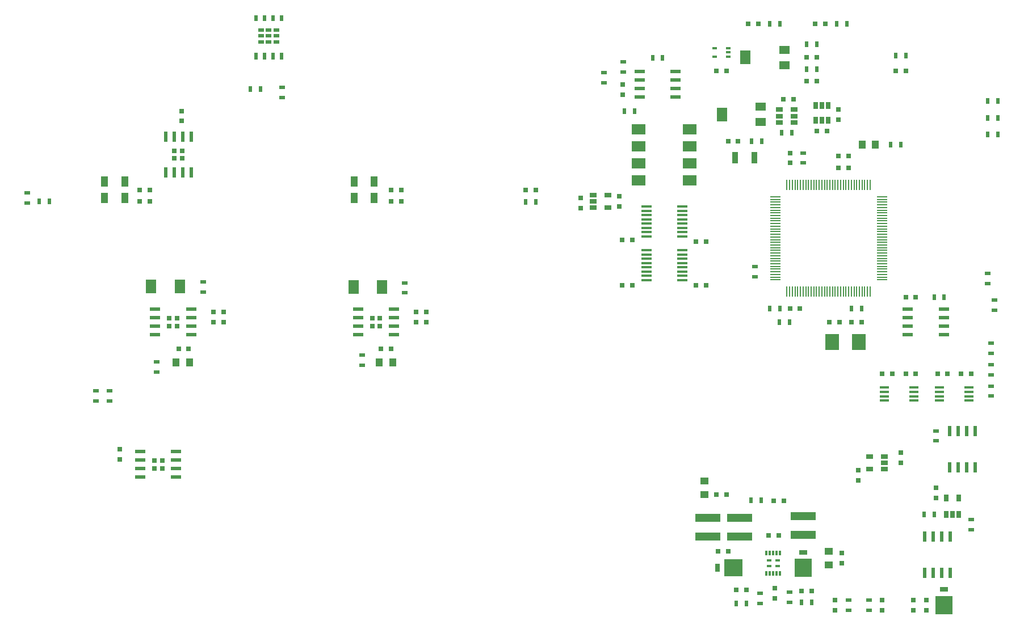
<source format=gtp>
G04 #@! TF.FileFunction,Paste,Top*
%FSLAX46Y46*%
G04 Gerber Fmt 4.6, Leading zero omitted, Abs format (unit mm)*
G04 Created by KiCad (PCBNEW 4.0.5+dfsg1-4) date Tue Nov 14 04:37:41 2017*
%MOMM*%
%LPD*%
G01*
G04 APERTURE LIST*
%ADD10C,0.100000*%
%ADD11R,0.800000X0.750000*%
%ADD12R,0.230000X1.500000*%
%ADD13R,1.500000X0.230000*%
%ADD14R,0.900000X0.500000*%
%ADD15R,0.797560X0.797560*%
%ADD16R,1.000000X1.600000*%
%ADD17R,1.550000X0.600000*%
%ADD18R,0.705000X0.705000*%
%ADD19R,0.500000X0.900000*%
%ADD20R,0.750000X0.800000*%
%ADD21R,0.600000X1.550000*%
%ADD22R,2.000000X2.400000*%
%ADD23R,1.600000X0.410000*%
%ADD24R,3.700000X1.200000*%
%ADD25R,0.660400X0.406400*%
%ADD26R,1.060000X0.650000*%
%ADD27R,0.300000X0.650000*%
%ADD28R,0.744000X0.465000*%
%ADD29R,0.650000X1.060000*%
%ADD30R,2.032000X1.524000*%
%ADD31R,2.540000X2.670000*%
%ADD32R,1.270000X0.762000*%
%ADD33R,2.670000X2.540000*%
%ADD34R,0.762000X1.270000*%
%ADD35R,1.600000X2.000000*%
%ADD36R,1.600000X1.300000*%
%ADD37R,1.600000X2.108200*%
%ADD38R,0.900000X1.700000*%
%ADD39R,1.250000X1.000000*%
%ADD40R,1.000000X1.250000*%
%ADD41R,1.450000X0.450000*%
%ADD42R,0.701040X1.000760*%
%ADD43R,0.900000X0.600000*%
%ADD44R,0.600000X0.900000*%
%ADD45R,0.600000X1.050000*%
G04 APERTURE END LIST*
D10*
D11*
X151250000Y-57500000D03*
X152750000Y-57500000D03*
D12*
X177200000Y-49050000D03*
X176800000Y-49050000D03*
X176400000Y-49050000D03*
X176000000Y-49050000D03*
X175600000Y-49050000D03*
X175200000Y-49050000D03*
X174800000Y-49050000D03*
X174400000Y-49050000D03*
X174000000Y-49050000D03*
X173600000Y-49050000D03*
X173200000Y-49050000D03*
X172800000Y-49050000D03*
X172400000Y-49050000D03*
X172000000Y-49050000D03*
X171600000Y-49050000D03*
X171200000Y-49050000D03*
X170800000Y-49050000D03*
X170400000Y-49050000D03*
X170000000Y-49050000D03*
X169600000Y-49050000D03*
X169200000Y-49050000D03*
X168800000Y-49050000D03*
X168400000Y-49050000D03*
X168000000Y-49050000D03*
X167600000Y-49050000D03*
X167200000Y-49050000D03*
X166800000Y-49050000D03*
X166400000Y-49050000D03*
X166000000Y-49050000D03*
X165600000Y-49050000D03*
X165200000Y-49050000D03*
X164800000Y-49050000D03*
D13*
X163050000Y-50800000D03*
X163050000Y-51200000D03*
X163050000Y-51600000D03*
X163050000Y-52000000D03*
X163050000Y-52400000D03*
X163050000Y-52800000D03*
X163050000Y-53200000D03*
X163050000Y-53600000D03*
X163050000Y-54000000D03*
X163050000Y-54400000D03*
X163050000Y-54800000D03*
X163050000Y-55200000D03*
X163050000Y-55600000D03*
X163050000Y-56000000D03*
X163050000Y-56400000D03*
X163050000Y-56800000D03*
X163050000Y-57200000D03*
X163050000Y-57600000D03*
X163050000Y-58000000D03*
X163050000Y-58400000D03*
X163050000Y-58800000D03*
X163050000Y-59200000D03*
X163050000Y-59600000D03*
X163050000Y-60000000D03*
X163050000Y-60400000D03*
X163050000Y-60800000D03*
X163050000Y-61200000D03*
X163050000Y-61600000D03*
X163050000Y-62000000D03*
X163050000Y-62400000D03*
X163050000Y-62800000D03*
X163050000Y-63200000D03*
D12*
X164800000Y-64950000D03*
X165200000Y-64950000D03*
X165600000Y-64950000D03*
X166000000Y-64950000D03*
X166400000Y-64950000D03*
X166800000Y-64950000D03*
X167200000Y-64950000D03*
X167600000Y-64950000D03*
X168000000Y-64950000D03*
X168400000Y-64950000D03*
X168800000Y-64950000D03*
X169200000Y-64950000D03*
X169600000Y-64950000D03*
X170000000Y-64950000D03*
X170400000Y-64950000D03*
X170800000Y-64950000D03*
X171200000Y-64950000D03*
X171600000Y-64950000D03*
X172000000Y-64950000D03*
X172400000Y-64950000D03*
X172800000Y-64950000D03*
X173200000Y-64950000D03*
X173600000Y-64950000D03*
X174000000Y-64950000D03*
X174400000Y-64950000D03*
X174800000Y-64950000D03*
X175200000Y-64950000D03*
X175600000Y-64950000D03*
X176000000Y-64950000D03*
X176400000Y-64950000D03*
X176800000Y-64950000D03*
X177200000Y-64950000D03*
D13*
X178950000Y-63200000D03*
X178950000Y-62800000D03*
X178950000Y-62400000D03*
X178950000Y-62000000D03*
X178950000Y-61600000D03*
X178950000Y-61200000D03*
X178950000Y-60800000D03*
X178950000Y-60400000D03*
X178950000Y-60000000D03*
X178950000Y-59600000D03*
X178950000Y-59200000D03*
X178950000Y-58800000D03*
X178950000Y-58400000D03*
X178950000Y-58000000D03*
X178950000Y-57600000D03*
X178950000Y-57200000D03*
X178950000Y-56800000D03*
X178950000Y-56400000D03*
X178950000Y-56000000D03*
X178950000Y-55600000D03*
X178950000Y-55200000D03*
X178950000Y-54800000D03*
X178950000Y-54400000D03*
X178950000Y-54000000D03*
X178950000Y-53600000D03*
X178950000Y-53200000D03*
X178950000Y-52800000D03*
X178950000Y-52400000D03*
X178950000Y-52000000D03*
X178950000Y-51600000D03*
X178950000Y-51200000D03*
X178950000Y-50800000D03*
D14*
X195750000Y-67750000D03*
X195750000Y-66250000D03*
D15*
X179000000Y-111000700D03*
X179000000Y-112499300D03*
D11*
X179000000Y-77250000D03*
X180500000Y-77250000D03*
D16*
X66000000Y-51000000D03*
X63000000Y-51000000D03*
D17*
X73700000Y-92655000D03*
X73700000Y-91385000D03*
X73700000Y-90115000D03*
X73700000Y-88845000D03*
X68300000Y-88845000D03*
X68300000Y-90115000D03*
X68300000Y-91385000D03*
X68300000Y-92655000D03*
D18*
X70412500Y-90162500D03*
X70412500Y-91337500D03*
X71587500Y-90162500D03*
X71587500Y-91337500D03*
D14*
X137500000Y-33750000D03*
X137500000Y-32250000D03*
D19*
X165150000Y-69500000D03*
X163650000Y-69500000D03*
D20*
X140300000Y-35550000D03*
X140300000Y-34050000D03*
D11*
X157500000Y-42500000D03*
X156000000Y-42500000D03*
X169250000Y-30000000D03*
X167750000Y-30000000D03*
X169250000Y-33500000D03*
X167750000Y-33500000D03*
D20*
X165250000Y-45750000D03*
X165250000Y-44250000D03*
X181750000Y-89000000D03*
X181750000Y-90500000D03*
D11*
X163550000Y-101350000D03*
X162050000Y-101350000D03*
X162850000Y-96200000D03*
X164350000Y-96200000D03*
D20*
X175400000Y-91650000D03*
X175400000Y-93150000D03*
D11*
X154500000Y-103750000D03*
X156000000Y-103750000D03*
D20*
X163000000Y-110750000D03*
X163000000Y-109250000D03*
D11*
X157250000Y-109500000D03*
X158750000Y-109500000D03*
X155750000Y-95250000D03*
X154250000Y-95250000D03*
D20*
X172500000Y-37750000D03*
X172500000Y-39250000D03*
X173000000Y-105500000D03*
X173000000Y-104000000D03*
D11*
X169250000Y-41000000D03*
X170750000Y-41000000D03*
D20*
X134000000Y-52500000D03*
X134000000Y-51000000D03*
X139750000Y-50750000D03*
X139750000Y-52250000D03*
D11*
X184000000Y-65750000D03*
X182500000Y-65750000D03*
X184000000Y-77250000D03*
X182500000Y-77250000D03*
X175900000Y-69500000D03*
X174400000Y-69500000D03*
X171150000Y-69500000D03*
X172650000Y-69500000D03*
X174000000Y-46500000D03*
X172500000Y-46500000D03*
X174000000Y-44750000D03*
X172500000Y-44750000D03*
X141750000Y-57250000D03*
X140250000Y-57250000D03*
D20*
X74500000Y-39500000D03*
X74500000Y-38000000D03*
X65250000Y-90000000D03*
X65250000Y-88500000D03*
D16*
X66000000Y-48500000D03*
X63000000Y-48500000D03*
D20*
X109500000Y-69500000D03*
X109500000Y-68000000D03*
D21*
X192905000Y-85800000D03*
X191635000Y-85800000D03*
X190365000Y-85800000D03*
X189095000Y-85800000D03*
X189095000Y-91200000D03*
X190365000Y-91200000D03*
X191635000Y-91200000D03*
X192905000Y-91200000D03*
X189155000Y-101550000D03*
X187885000Y-101550000D03*
X186615000Y-101550000D03*
X185345000Y-101550000D03*
X185345000Y-106950000D03*
X186615000Y-106950000D03*
X187885000Y-106950000D03*
X189155000Y-106950000D03*
D19*
X144750000Y-30100000D03*
X146250000Y-30100000D03*
X142050000Y-38000000D03*
X140550000Y-38000000D03*
X164000000Y-41250000D03*
X165500000Y-41250000D03*
X161000000Y-42500000D03*
X159500000Y-42500000D03*
X167750000Y-28000000D03*
X169250000Y-28000000D03*
X169250000Y-31750000D03*
X167750000Y-31750000D03*
D14*
X167250000Y-45750000D03*
X167250000Y-44250000D03*
X187000000Y-85750000D03*
X187000000Y-87250000D03*
D19*
X84750000Y-34750000D03*
X86250000Y-34750000D03*
X160950000Y-96100000D03*
X159450000Y-96100000D03*
X181000000Y-29750000D03*
X182500000Y-29750000D03*
X168500000Y-111300000D03*
X167000000Y-111300000D03*
D14*
X165200000Y-111350000D03*
X165200000Y-109850000D03*
X160750000Y-110000000D03*
X160750000Y-111500000D03*
D19*
X158750000Y-111500000D03*
X157250000Y-111500000D03*
D14*
X174000000Y-112500000D03*
X174000000Y-111000000D03*
X177000000Y-112500000D03*
X177000000Y-111000000D03*
D19*
X125850000Y-51600000D03*
X127350000Y-51600000D03*
X185250000Y-98250000D03*
X186750000Y-98250000D03*
D14*
X192250000Y-100500000D03*
X192250000Y-99000000D03*
X194750000Y-63750000D03*
X194750000Y-62250000D03*
D19*
X188250000Y-65750000D03*
X186750000Y-65750000D03*
X162250000Y-67500000D03*
X163750000Y-67500000D03*
X175900000Y-67500000D03*
X174400000Y-67500000D03*
D14*
X160000000Y-62750000D03*
X160000000Y-61250000D03*
X89500000Y-36000000D03*
X89500000Y-34500000D03*
X70800000Y-76950000D03*
X70800000Y-75450000D03*
D22*
X171500000Y-72500000D03*
X175500000Y-72500000D03*
D11*
X151250000Y-64000000D03*
X152750000Y-64000000D03*
D14*
X195200000Y-80550000D03*
X195200000Y-79050000D03*
X51500000Y-50250000D03*
X51500000Y-51750000D03*
X63750000Y-81250000D03*
X63750000Y-79750000D03*
D19*
X54750000Y-51500000D03*
X53250000Y-51500000D03*
D14*
X101400000Y-75950000D03*
X101400000Y-74450000D03*
X107800000Y-65150000D03*
X107800000Y-63650000D03*
X77750000Y-65000000D03*
X77750000Y-63500000D03*
D23*
X149154300Y-63222500D03*
X149154300Y-62587500D03*
X149154300Y-61952500D03*
X149154300Y-61317500D03*
X149154300Y-60682500D03*
X149154300Y-60047500D03*
X149154300Y-59412500D03*
X149154300Y-58777500D03*
X143845700Y-58777500D03*
X143845700Y-59412500D03*
X143845700Y-60047500D03*
X143845700Y-60682500D03*
X143845700Y-61317500D03*
X143845700Y-61952500D03*
X143845700Y-62587500D03*
X143845700Y-63222500D03*
D20*
X79250000Y-69500000D03*
X79250000Y-68000000D03*
D24*
X167250000Y-98500000D03*
X167250000Y-101300000D03*
X157750000Y-98750000D03*
X157750000Y-101550000D03*
X153000000Y-101500000D03*
X153000000Y-98700000D03*
D11*
X168500000Y-109650000D03*
X167000000Y-109650000D03*
D16*
X103250000Y-51000000D03*
X100250000Y-51000000D03*
X103250000Y-48500000D03*
X100250000Y-48500000D03*
D11*
X141750000Y-64000000D03*
X140250000Y-64000000D03*
X75550000Y-73500000D03*
X74050000Y-73500000D03*
D25*
X156016000Y-29910400D03*
X156016000Y-28589600D03*
X156016000Y-29250000D03*
X153984000Y-28589600D03*
X153984000Y-29910400D03*
D26*
X163650000Y-37800000D03*
X163650000Y-38750000D03*
X163650000Y-39700000D03*
X165850000Y-39700000D03*
X165850000Y-37800000D03*
X165850000Y-38750000D03*
X179350000Y-91450000D03*
X179350000Y-90500000D03*
X179350000Y-89550000D03*
X177150000Y-89550000D03*
X177150000Y-91450000D03*
D27*
X161750000Y-107050000D03*
X162250000Y-107050000D03*
X162750000Y-107050000D03*
X163250000Y-107050000D03*
X163750000Y-107050000D03*
X163750000Y-103950000D03*
X163250000Y-103950000D03*
X162750000Y-103950000D03*
X162250000Y-103950000D03*
X161750000Y-103950000D03*
D28*
X163370000Y-105112500D03*
X162130000Y-105112500D03*
X163370000Y-105887500D03*
X162130000Y-105887500D03*
D29*
X169050000Y-39350000D03*
X170000000Y-39350000D03*
X170950000Y-39350000D03*
X170950000Y-37150000D03*
X169050000Y-37150000D03*
X170000000Y-37150000D03*
D26*
X135900000Y-50550000D03*
X135900000Y-51500000D03*
X135900000Y-52450000D03*
X138100000Y-52450000D03*
X138100000Y-50550000D03*
D17*
X182800000Y-67595000D03*
X182800000Y-68865000D03*
X182800000Y-70135000D03*
X182800000Y-71405000D03*
X188200000Y-71405000D03*
X188200000Y-70135000D03*
X188200000Y-68865000D03*
X188200000Y-67595000D03*
D30*
X142690000Y-40690000D03*
X142690000Y-43230000D03*
X142690000Y-45770000D03*
X142690000Y-48310000D03*
X150310000Y-48310000D03*
X150310000Y-45770000D03*
X150310000Y-43230000D03*
X150310000Y-40690000D03*
D31*
X167200000Y-106200000D03*
D32*
X167200000Y-103850000D03*
D33*
X156800000Y-106200000D03*
D34*
X154450000Y-106200000D03*
D15*
X182499300Y-32000000D03*
X181000700Y-32000000D03*
X172000000Y-111000700D03*
X172000000Y-112499300D03*
X127349300Y-49800000D03*
X125850700Y-49800000D03*
D31*
X188250000Y-111750000D03*
D32*
X188250000Y-109400000D03*
D19*
X181750000Y-43000000D03*
X180250000Y-43000000D03*
D35*
X155100000Y-38500000D03*
D36*
X160900000Y-39650000D03*
X160900000Y-37350000D03*
D35*
X158600000Y-30000000D03*
D36*
X164400000Y-31150000D03*
X164400000Y-28850000D03*
D37*
X104415000Y-64250000D03*
X100123000Y-64250000D03*
X74265000Y-64200000D03*
X69973000Y-64200000D03*
D19*
X163750000Y-25000000D03*
X162250000Y-25000000D03*
D14*
X195200000Y-74150000D03*
X195200000Y-72650000D03*
X195200000Y-75850000D03*
X195200000Y-77350000D03*
D19*
X173750000Y-25000000D03*
X172250000Y-25000000D03*
D11*
X154250000Y-32000000D03*
X155750000Y-32000000D03*
X165750000Y-36250000D03*
X164250000Y-36250000D03*
X170500000Y-25000000D03*
X169000000Y-25000000D03*
X160500000Y-25000000D03*
X159000000Y-25000000D03*
D21*
X72095000Y-47200000D03*
X73365000Y-47200000D03*
X74635000Y-47200000D03*
X75905000Y-47200000D03*
X75905000Y-41800000D03*
X74635000Y-41800000D03*
X73365000Y-41800000D03*
X72095000Y-41800000D03*
D18*
X74587500Y-43912500D03*
X73412500Y-43912500D03*
X74587500Y-45087500D03*
X73412500Y-45087500D03*
D11*
X68250000Y-51500000D03*
X69750000Y-51500000D03*
X68250000Y-49750000D03*
X69750000Y-49750000D03*
X105750000Y-51500000D03*
X107250000Y-51500000D03*
X105750000Y-49750000D03*
X107250000Y-49750000D03*
D38*
X157050000Y-45000000D03*
X159950000Y-45000000D03*
D20*
X185550000Y-112500000D03*
X185550000Y-111000000D03*
X183650000Y-112500000D03*
X183650000Y-111000000D03*
D39*
X152500000Y-93250000D03*
X152500000Y-95250000D03*
X171000000Y-105750000D03*
X171000000Y-103750000D03*
D40*
X106000000Y-75500000D03*
X104000000Y-75500000D03*
D11*
X165250000Y-67500000D03*
X166750000Y-67500000D03*
D23*
X149154300Y-56722500D03*
X149154300Y-56087500D03*
X149154300Y-55452500D03*
X149154300Y-54817500D03*
X149154300Y-54182500D03*
X149154300Y-53547500D03*
X149154300Y-52912500D03*
X149154300Y-52277500D03*
X143845700Y-52277500D03*
X143845700Y-52912500D03*
X143845700Y-53547500D03*
X143845700Y-54182500D03*
X143845700Y-54817500D03*
X143845700Y-55452500D03*
X143845700Y-56087500D03*
X143845700Y-56722500D03*
D14*
X61750000Y-79750000D03*
X61750000Y-81250000D03*
D40*
X75700000Y-75500000D03*
X73700000Y-75500000D03*
D11*
X105750000Y-73500000D03*
X104250000Y-73500000D03*
D20*
X111000000Y-69500000D03*
X111000000Y-68000000D03*
X80750000Y-69500000D03*
X80750000Y-68000000D03*
D40*
X178000000Y-43000000D03*
X176000000Y-43000000D03*
D17*
X75950000Y-71405000D03*
X75950000Y-70135000D03*
X75950000Y-68865000D03*
X75950000Y-67595000D03*
X70550000Y-67595000D03*
X70550000Y-68865000D03*
X70550000Y-70135000D03*
X70550000Y-71405000D03*
D18*
X72662500Y-68912500D03*
X72662500Y-70087500D03*
X73837500Y-68912500D03*
X73837500Y-70087500D03*
D17*
X106200000Y-71405000D03*
X106200000Y-70135000D03*
X106200000Y-68865000D03*
X106200000Y-67595000D03*
X100800000Y-67595000D03*
X100800000Y-68865000D03*
X100800000Y-70135000D03*
X100800000Y-71405000D03*
D18*
X102912500Y-68912500D03*
X102912500Y-70087500D03*
X104087500Y-68912500D03*
X104087500Y-70087500D03*
D14*
X140400000Y-32150000D03*
X140400000Y-30650000D03*
D17*
X148200000Y-35905000D03*
X148200000Y-34635000D03*
X148200000Y-33365000D03*
X148200000Y-32095000D03*
X142800000Y-32095000D03*
X142800000Y-33365000D03*
X142800000Y-34635000D03*
X142800000Y-35905000D03*
D41*
X179300000Y-79275000D03*
X179300000Y-79925000D03*
X179300000Y-80575000D03*
X179300000Y-81225000D03*
X183700000Y-81225000D03*
X183700000Y-80575000D03*
X183700000Y-79925000D03*
X183700000Y-79275000D03*
D20*
X187000000Y-95750000D03*
X187000000Y-94250000D03*
D42*
X188550040Y-98198880D03*
X189500000Y-98198880D03*
X190449960Y-98198880D03*
X188550040Y-95801120D03*
X190449960Y-95801120D03*
D43*
X86350000Y-26800000D03*
X86350000Y-27650000D03*
X86350000Y-25950000D03*
X88650000Y-26800000D03*
X88650000Y-27650000D03*
X88650000Y-25950000D03*
X87500000Y-25950000D03*
X87500000Y-27650000D03*
D44*
X85625000Y-24100000D03*
X89375000Y-24100000D03*
X86900000Y-24100000D03*
D45*
X86865000Y-29825000D03*
X85595000Y-29825000D03*
X88135000Y-29825000D03*
X89405000Y-29825000D03*
D44*
X88100000Y-24100000D03*
D43*
X87500000Y-26800000D03*
D11*
X187250000Y-77250000D03*
X188750000Y-77250000D03*
X192250000Y-77250000D03*
X190750000Y-77250000D03*
D41*
X187550000Y-79275000D03*
X187550000Y-79925000D03*
X187550000Y-80575000D03*
X187550000Y-81225000D03*
X191950000Y-81225000D03*
X191950000Y-80575000D03*
X191950000Y-79925000D03*
X191950000Y-79275000D03*
D19*
X196250000Y-41500000D03*
X194750000Y-41500000D03*
X196250000Y-39000000D03*
X194750000Y-39000000D03*
X196250000Y-36500000D03*
X194750000Y-36500000D03*
M02*

</source>
